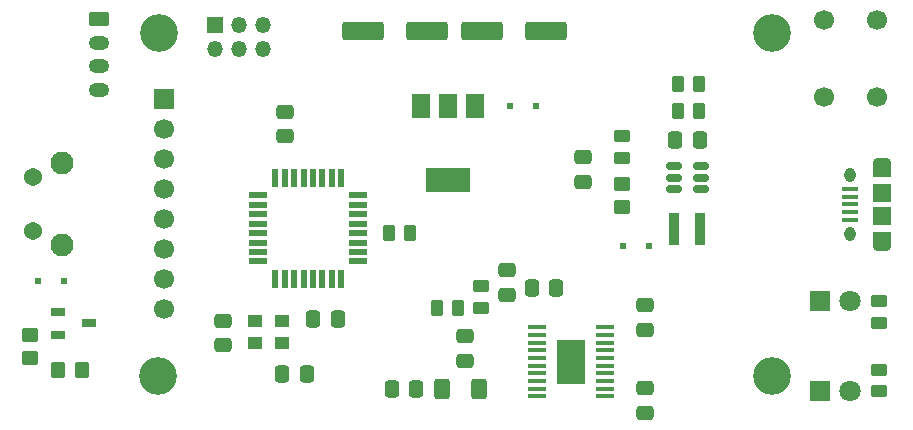
<source format=gbs>
%TF.GenerationSoftware,KiCad,Pcbnew,(6.0.0)*%
%TF.CreationDate,2022-11-20T21:00:10+02:00*%
%TF.ProjectId,djiFriend,646a6946-7269-4656-9e64-2e6b69636164,rev?*%
%TF.SameCoordinates,Original*%
%TF.FileFunction,Soldermask,Bot*%
%TF.FilePolarity,Negative*%
%FSLAX46Y46*%
G04 Gerber Fmt 4.6, Leading zero omitted, Abs format (unit mm)*
G04 Created by KiCad (PCBNEW (6.0.0)) date 2022-11-20 21:00:10*
%MOMM*%
%LPD*%
G01*
G04 APERTURE LIST*
G04 Aperture macros list*
%AMRoundRect*
0 Rectangle with rounded corners*
0 $1 Rounding radius*
0 $2 $3 $4 $5 $6 $7 $8 $9 X,Y pos of 4 corners*
0 Add a 4 corners polygon primitive as box body*
4,1,4,$2,$3,$4,$5,$6,$7,$8,$9,$2,$3,0*
0 Add four circle primitives for the rounded corners*
1,1,$1+$1,$2,$3*
1,1,$1+$1,$4,$5*
1,1,$1+$1,$6,$7*
1,1,$1+$1,$8,$9*
0 Add four rect primitives between the rounded corners*
20,1,$1+$1,$2,$3,$4,$5,0*
20,1,$1+$1,$4,$5,$6,$7,0*
20,1,$1+$1,$6,$7,$8,$9,0*
20,1,$1+$1,$8,$9,$2,$3,0*%
G04 Aperture macros list end*
%ADD10C,1.700000*%
%ADD11C,1.540000*%
%ADD12C,1.950000*%
%ADD13C,3.200000*%
%ADD14R,1.700000X1.700000*%
%ADD15R,1.800000X1.800000*%
%ADD16C,1.800000*%
%ADD17RoundRect,0.250000X-0.625000X0.350000X-0.625000X-0.350000X0.625000X-0.350000X0.625000X0.350000X0*%
%ADD18O,1.750000X1.200000*%
%ADD19RoundRect,0.250000X0.475000X-0.337500X0.475000X0.337500X-0.475000X0.337500X-0.475000X-0.337500X0*%
%ADD20RoundRect,0.250000X0.350000X0.450000X-0.350000X0.450000X-0.350000X-0.450000X0.350000X-0.450000X0*%
%ADD21RoundRect,0.250000X-0.337500X-0.475000X0.337500X-0.475000X0.337500X0.475000X-0.337500X0.475000X0*%
%ADD22RoundRect,0.250000X-0.450000X0.262500X-0.450000X-0.262500X0.450000X-0.262500X0.450000X0.262500X0*%
%ADD23RoundRect,0.250000X-0.450000X0.350000X-0.450000X-0.350000X0.450000X-0.350000X0.450000X0.350000X0*%
%ADD24RoundRect,0.250000X0.262500X0.450000X-0.262500X0.450000X-0.262500X-0.450000X0.262500X-0.450000X0*%
%ADD25RoundRect,0.250000X0.337500X0.475000X-0.337500X0.475000X-0.337500X-0.475000X0.337500X-0.475000X0*%
%ADD26RoundRect,0.250000X-1.500000X-0.550000X1.500000X-0.550000X1.500000X0.550000X-1.500000X0.550000X0*%
%ADD27R,0.500000X0.500000*%
%ADD28R,1.350000X1.350000*%
%ADD29O,1.350000X1.350000*%
%ADD30RoundRect,0.250000X1.500000X0.550000X-1.500000X0.550000X-1.500000X-0.550000X1.500000X-0.550000X0*%
%ADD31R,0.850000X2.700000*%
%ADD32R,1.300000X1.100000*%
%ADD33R,1.500000X2.000000*%
%ADD34R,3.800000X2.000000*%
%ADD35R,1.220000X0.650000*%
%ADD36RoundRect,0.250000X-0.262500X-0.450000X0.262500X-0.450000X0.262500X0.450000X-0.262500X0.450000X0*%
%ADD37RoundRect,0.150000X-0.512500X-0.150000X0.512500X-0.150000X0.512500X0.150000X-0.512500X0.150000X0*%
%ADD38RoundRect,0.250000X0.450000X-0.262500X0.450000X0.262500X-0.450000X0.262500X-0.450000X-0.262500X0*%
%ADD39RoundRect,0.250000X-0.475000X0.337500X-0.475000X-0.337500X0.475000X-0.337500X0.475000X0.337500X0*%
%ADD40RoundRect,0.250000X-0.400000X-0.625000X0.400000X-0.625000X0.400000X0.625000X-0.400000X0.625000X0*%
%ADD41R,0.550000X1.600000*%
%ADD42R,1.600000X0.550000*%
%ADD43R,1.350000X0.400000*%
%ADD44O,0.950000X1.250000*%
%ADD45O,1.550000X0.890000*%
%ADD46R,1.550000X1.500000*%
%ADD47R,1.550000X1.200000*%
%ADD48R,2.400000X3.700000*%
%ADD49RoundRect,0.100000X-0.687500X-0.100000X0.687500X-0.100000X0.687500X0.100000X-0.687500X0.100000X0*%
%ADD50RoundRect,0.250000X0.450000X-0.350000X0.450000X0.350000X-0.450000X0.350000X-0.450000X-0.350000X0*%
G04 APERTURE END LIST*
D10*
X134927600Y-57132200D03*
X134927600Y-50632200D03*
X139427600Y-57132200D03*
X139427600Y-50632200D03*
D11*
X67937200Y-63966000D03*
X67937200Y-68466000D03*
D12*
X70427200Y-69721000D03*
X70427200Y-62711000D03*
D13*
X78630800Y-51773800D03*
X130538800Y-51751800D03*
X78538800Y-80751800D03*
X130538800Y-80751800D03*
D14*
X79038800Y-57361800D03*
D10*
X79038800Y-59901800D03*
X79038800Y-62441800D03*
X79038800Y-64981800D03*
X79038800Y-67521800D03*
X79038800Y-70061800D03*
X79038800Y-72601800D03*
X79038800Y-75141800D03*
D15*
X134581800Y-74456200D03*
D16*
X137121800Y-74456200D03*
D15*
X134586800Y-82076200D03*
D16*
X137126800Y-82076200D03*
D17*
X73562200Y-50552000D03*
D18*
X73562200Y-52552000D03*
X73562200Y-54552000D03*
X73562200Y-56552000D03*
D19*
X108094600Y-73893500D03*
X108094600Y-71818500D03*
D20*
X72106010Y-80290000D03*
X70106010Y-80290000D03*
D21*
X89070000Y-80577600D03*
X91145000Y-80577600D03*
D22*
X139616000Y-74458100D03*
X139616000Y-76283100D03*
D23*
X67718410Y-77292800D03*
X67718410Y-79292800D03*
D24*
X103977900Y-74989600D03*
X102152900Y-74989600D03*
X124399500Y-58352600D03*
X122574500Y-58352600D03*
D25*
X100441400Y-81873000D03*
X98366400Y-81873000D03*
D26*
X105986400Y-51545400D03*
X111386400Y-51545400D03*
D27*
X117885700Y-69733150D03*
X120085700Y-69733150D03*
D28*
X83412400Y-51062800D03*
D29*
X83412400Y-53062800D03*
X85412400Y-51062800D03*
X85412400Y-53062800D03*
X87412400Y-51062800D03*
X87412400Y-53062800D03*
D30*
X101353400Y-51545400D03*
X95953400Y-51545400D03*
D19*
X89273200Y-60486200D03*
X89273200Y-58411200D03*
D31*
X124479500Y-68336150D03*
X122229500Y-68336150D03*
D32*
X86777000Y-76122400D03*
X89077000Y-76122400D03*
X89077000Y-78022400D03*
X86777000Y-78022400D03*
D33*
X100790800Y-57920400D03*
X103090800Y-57920400D03*
D34*
X103090800Y-64220400D03*
D33*
X105390800Y-57920400D03*
D35*
X70091410Y-77277600D03*
X70091410Y-75377600D03*
X72711410Y-76327600D03*
D21*
X110202800Y-73364000D03*
X112277800Y-73364000D03*
D27*
X108366200Y-57920800D03*
X110566200Y-57920800D03*
X68394400Y-72745600D03*
X70594400Y-72745600D03*
D36*
X98087000Y-68690400D03*
X99912000Y-68690400D03*
D37*
X122242400Y-64942750D03*
X122242400Y-63992750D03*
X122242400Y-63042750D03*
X124517400Y-63042750D03*
X124517400Y-63992750D03*
X124517400Y-64942750D03*
D21*
X91694000Y-75929400D03*
X93769000Y-75929400D03*
D38*
X139641400Y-82074300D03*
X139641400Y-80249300D03*
X105910200Y-74987700D03*
X105910200Y-73162700D03*
D39*
X119778600Y-81822200D03*
X119778600Y-83897200D03*
D25*
X124417400Y-60817750D03*
X122342400Y-60817750D03*
D36*
X122574500Y-56092000D03*
X124399500Y-56092000D03*
D40*
X102632400Y-81898400D03*
X105732400Y-81898400D03*
D39*
X84066200Y-76115000D03*
X84066200Y-78190000D03*
D41*
X94079800Y-72534000D03*
X93279800Y-72534000D03*
X92479800Y-72534000D03*
X91679800Y-72534000D03*
X90879800Y-72534000D03*
X90079800Y-72534000D03*
X89279800Y-72534000D03*
X88479800Y-72534000D03*
D42*
X87029800Y-71084000D03*
X87029800Y-70284000D03*
X87029800Y-69484000D03*
X87029800Y-68684000D03*
X87029800Y-67884000D03*
X87029800Y-67084000D03*
X87029800Y-66284000D03*
X87029800Y-65484000D03*
D41*
X88479800Y-64034000D03*
X89279800Y-64034000D03*
X90079800Y-64034000D03*
X90879800Y-64034000D03*
X91679800Y-64034000D03*
X92479800Y-64034000D03*
X93279800Y-64034000D03*
X94079800Y-64034000D03*
D42*
X95529800Y-65484000D03*
X95529800Y-66284000D03*
X95529800Y-67084000D03*
X95529800Y-67884000D03*
X95529800Y-68684000D03*
X95529800Y-69484000D03*
X95529800Y-70284000D03*
X95529800Y-71084000D03*
D43*
X137138800Y-64952000D03*
X137138800Y-65602000D03*
X137138800Y-66252000D03*
X137138800Y-66902000D03*
X137138800Y-67552000D03*
D44*
X137138800Y-63752000D03*
D45*
X139838800Y-62752000D03*
D44*
X137138800Y-68752000D03*
D46*
X139838800Y-65252000D03*
D45*
X139838800Y-69752000D03*
D47*
X139838800Y-63352000D03*
X139838800Y-69152000D03*
D46*
X139838800Y-67252000D03*
D19*
X114540700Y-64344450D03*
X114540700Y-62269450D03*
D48*
X113504800Y-79587000D03*
D49*
X110642300Y-82512000D03*
X110642300Y-81862000D03*
X110642300Y-81212000D03*
X110642300Y-80562000D03*
X110642300Y-79912000D03*
X110642300Y-79262000D03*
X110642300Y-78612000D03*
X110642300Y-77962000D03*
X110642300Y-77312000D03*
X110642300Y-76662000D03*
X116367300Y-76662000D03*
X116367300Y-77312000D03*
X116367300Y-77962000D03*
X116367300Y-78612000D03*
X116367300Y-79262000D03*
X116367300Y-79912000D03*
X116367300Y-80562000D03*
X116367300Y-81212000D03*
X116367300Y-81862000D03*
X116367300Y-82512000D03*
D38*
X117868100Y-62287150D03*
X117868100Y-60462150D03*
D39*
X104513200Y-77431900D03*
X104513200Y-79506900D03*
D50*
X117868100Y-66500750D03*
X117868100Y-64500750D03*
D19*
X119804000Y-76886800D03*
X119804000Y-74811800D03*
M02*

</source>
